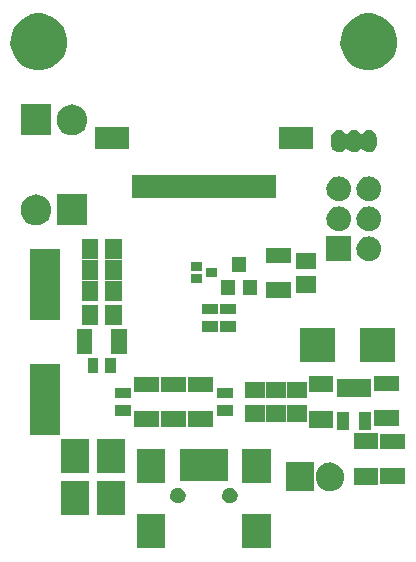
<source format=gts>
G04 #@! TF.FileFunction,Soldermask,Top*
%FSLAX46Y46*%
G04 Gerber Fmt 4.6, Leading zero omitted, Abs format (unit mm)*
G04 Created by KiCad (PCBNEW 4.0.7) date Sun May 27 13:06:25 2018*
%MOMM*%
%LPD*%
G01*
G04 APERTURE LIST*
%ADD10C,0.100000*%
G04 APERTURE END LIST*
D10*
G36*
X145350000Y-122868000D02*
X142950000Y-122868000D01*
X142950000Y-119968000D01*
X145350000Y-119968000D01*
X145350000Y-122868000D01*
X145350000Y-122868000D01*
G37*
G36*
X136450000Y-122868000D02*
X134050000Y-122868000D01*
X134050000Y-119968000D01*
X136450000Y-119968000D01*
X136450000Y-122868000D01*
X136450000Y-122868000D01*
G37*
G36*
X133002000Y-120068000D02*
X130652000Y-120068000D01*
X130652000Y-117168000D01*
X133002000Y-117168000D01*
X133002000Y-120068000D01*
X133002000Y-120068000D01*
G37*
G36*
X129952000Y-120068000D02*
X127602000Y-120068000D01*
X127602000Y-117168000D01*
X129952000Y-117168000D01*
X129952000Y-120068000D01*
X129952000Y-120068000D01*
G37*
G36*
X137568272Y-117768431D02*
X137693142Y-117794063D01*
X137810651Y-117843460D01*
X137916331Y-117914741D01*
X138006154Y-118005194D01*
X138076697Y-118111369D01*
X138125269Y-118229216D01*
X138149962Y-118353920D01*
X138149962Y-118353930D01*
X138150028Y-118354264D01*
X138147995Y-118499861D01*
X138147919Y-118500195D01*
X138147919Y-118500206D01*
X138119756Y-118624164D01*
X138067908Y-118740616D01*
X137994430Y-118844779D01*
X137902117Y-118932687D01*
X137794486Y-119000991D01*
X137675644Y-119047088D01*
X137550111Y-119069222D01*
X137422667Y-119066553D01*
X137298164Y-119039179D01*
X137181355Y-118988146D01*
X137076683Y-118915397D01*
X136988131Y-118823699D01*
X136919081Y-118716555D01*
X136872155Y-118598034D01*
X136849143Y-118472651D01*
X136850924Y-118345192D01*
X136877425Y-118220511D01*
X136927643Y-118103344D01*
X136999660Y-117998166D01*
X137090737Y-117908976D01*
X137197400Y-117839178D01*
X137315590Y-117791426D01*
X137440800Y-117767541D01*
X137568272Y-117768431D01*
X137568272Y-117768431D01*
G37*
G36*
X141968272Y-117768431D02*
X142093142Y-117794063D01*
X142210651Y-117843460D01*
X142316331Y-117914741D01*
X142406154Y-118005194D01*
X142476697Y-118111369D01*
X142525269Y-118229216D01*
X142549962Y-118353920D01*
X142549962Y-118353930D01*
X142550028Y-118354264D01*
X142547995Y-118499861D01*
X142547919Y-118500195D01*
X142547919Y-118500206D01*
X142519756Y-118624164D01*
X142467908Y-118740616D01*
X142394430Y-118844779D01*
X142302117Y-118932687D01*
X142194486Y-119000991D01*
X142075644Y-119047088D01*
X141950111Y-119069222D01*
X141822667Y-119066553D01*
X141698164Y-119039179D01*
X141581355Y-118988146D01*
X141476683Y-118915397D01*
X141388131Y-118823699D01*
X141319081Y-118716555D01*
X141272155Y-118598034D01*
X141249143Y-118472651D01*
X141250924Y-118345192D01*
X141277425Y-118220511D01*
X141327643Y-118103344D01*
X141399660Y-117998166D01*
X141490737Y-117908976D01*
X141597400Y-117839178D01*
X141715590Y-117791426D01*
X141840800Y-117767541D01*
X141968272Y-117768431D01*
X141968272Y-117768431D01*
G37*
G36*
X150612462Y-115642945D02*
X150612471Y-115642948D01*
X150612511Y-115642952D01*
X150839219Y-115713130D01*
X151047979Y-115826006D01*
X151230838Y-115977281D01*
X151380832Y-116161192D01*
X151492248Y-116370734D01*
X151560841Y-116597927D01*
X151584000Y-116834116D01*
X151584000Y-116845922D01*
X151583896Y-116860838D01*
X151583895Y-116860846D01*
X151583881Y-116862862D01*
X151557427Y-117098705D01*
X151485669Y-117324917D01*
X151371338Y-117532884D01*
X151218791Y-117714683D01*
X151033837Y-117863389D01*
X150823522Y-117973340D01*
X150595856Y-118040345D01*
X150595822Y-118040348D01*
X150595809Y-118040352D01*
X150359513Y-118061857D01*
X150123538Y-118037055D01*
X150123529Y-118037052D01*
X150123489Y-118037048D01*
X149896781Y-117966870D01*
X149688021Y-117853994D01*
X149505162Y-117702719D01*
X149355168Y-117518808D01*
X149243752Y-117309266D01*
X149175159Y-117082073D01*
X149152000Y-116845884D01*
X149152000Y-116834078D01*
X149152104Y-116819162D01*
X149152105Y-116819154D01*
X149152119Y-116817138D01*
X149178573Y-116581295D01*
X149250331Y-116355083D01*
X149364662Y-116147116D01*
X149517209Y-115965317D01*
X149702163Y-115816611D01*
X149912478Y-115706660D01*
X150140144Y-115639655D01*
X150140178Y-115639652D01*
X150140191Y-115639648D01*
X150376487Y-115618143D01*
X150612462Y-115642945D01*
X150612462Y-115642945D01*
G37*
G36*
X149044000Y-118056000D02*
X146612000Y-118056000D01*
X146612000Y-115624000D01*
X149044000Y-115624000D01*
X149044000Y-118056000D01*
X149044000Y-118056000D01*
G37*
G36*
X154416000Y-117516000D02*
X152416000Y-117516000D01*
X152416000Y-116116000D01*
X154416000Y-116116000D01*
X154416000Y-117516000D01*
X154416000Y-117516000D01*
G37*
G36*
X156752000Y-117416000D02*
X154652000Y-117416000D01*
X154652000Y-116116000D01*
X156752000Y-116116000D01*
X156752000Y-117416000D01*
X156752000Y-117416000D01*
G37*
G36*
X145350000Y-117368000D02*
X142950000Y-117368000D01*
X142950000Y-114468000D01*
X145350000Y-114468000D01*
X145350000Y-117368000D01*
X145350000Y-117368000D01*
G37*
G36*
X136450000Y-117368000D02*
X134050000Y-117368000D01*
X134050000Y-114468000D01*
X136450000Y-114468000D01*
X136450000Y-117368000D01*
X136450000Y-117368000D01*
G37*
G36*
X141750000Y-117168000D02*
X137650000Y-117168000D01*
X137650000Y-114468000D01*
X141750000Y-114468000D01*
X141750000Y-117168000D01*
X141750000Y-117168000D01*
G37*
G36*
X133001000Y-116512000D02*
X130651000Y-116512000D01*
X130651000Y-113612000D01*
X133001000Y-113612000D01*
X133001000Y-116512000D01*
X133001000Y-116512000D01*
G37*
G36*
X129951000Y-116512000D02*
X127601000Y-116512000D01*
X127601000Y-113612000D01*
X129951000Y-113612000D01*
X129951000Y-116512000D01*
X129951000Y-116512000D01*
G37*
G36*
X156752000Y-114516000D02*
X154652000Y-114516000D01*
X154652000Y-113216000D01*
X156752000Y-113216000D01*
X156752000Y-114516000D01*
X156752000Y-114516000D01*
G37*
G36*
X154416000Y-114516000D02*
X152416000Y-114516000D01*
X152416000Y-113116000D01*
X154416000Y-113116000D01*
X154416000Y-114516000D01*
X154416000Y-114516000D01*
G37*
G36*
X127488290Y-113259210D02*
X124987710Y-113259210D01*
X124987710Y-107258510D01*
X127488290Y-107258510D01*
X127488290Y-113259210D01*
X127488290Y-113259210D01*
G37*
G36*
X153850000Y-112844000D02*
X152850000Y-112844000D01*
X152850000Y-111344000D01*
X153850000Y-111344000D01*
X153850000Y-112844000D01*
X153850000Y-112844000D01*
G37*
G36*
X151950000Y-112844000D02*
X150950000Y-112844000D01*
X150950000Y-111344000D01*
X151950000Y-111344000D01*
X151950000Y-112844000D01*
X151950000Y-112844000D01*
G37*
G36*
X150606000Y-112690000D02*
X148606000Y-112690000D01*
X148606000Y-111290000D01*
X150606000Y-111290000D01*
X150606000Y-112690000D01*
X150606000Y-112690000D01*
G37*
G36*
X135924000Y-112590000D02*
X133824000Y-112590000D01*
X133824000Y-111290000D01*
X135924000Y-111290000D01*
X135924000Y-112590000D01*
X135924000Y-112590000D01*
G37*
G36*
X138210000Y-112590000D02*
X136110000Y-112590000D01*
X136110000Y-111290000D01*
X138210000Y-111290000D01*
X138210000Y-112590000D01*
X138210000Y-112590000D01*
G37*
G36*
X140496000Y-112590000D02*
X138396000Y-112590000D01*
X138396000Y-111290000D01*
X140496000Y-111290000D01*
X140496000Y-112590000D01*
X140496000Y-112590000D01*
G37*
G36*
X156244000Y-112516000D02*
X154144000Y-112516000D01*
X154144000Y-111216000D01*
X156244000Y-111216000D01*
X156244000Y-112516000D01*
X156244000Y-112516000D01*
G37*
G36*
X148399000Y-112190000D02*
X146749000Y-112190000D01*
X146749000Y-110790000D01*
X148399000Y-110790000D01*
X148399000Y-112190000D01*
X148399000Y-112190000D01*
G37*
G36*
X144843000Y-112190000D02*
X143193000Y-112190000D01*
X143193000Y-110790000D01*
X144843000Y-110790000D01*
X144843000Y-112190000D01*
X144843000Y-112190000D01*
G37*
G36*
X146621000Y-112190000D02*
X144971000Y-112190000D01*
X144971000Y-110790000D01*
X146621000Y-110790000D01*
X146621000Y-112190000D01*
X146621000Y-112190000D01*
G37*
G36*
X142128000Y-111690000D02*
X140828000Y-111690000D01*
X140828000Y-110790000D01*
X142128000Y-110790000D01*
X142128000Y-111690000D01*
X142128000Y-111690000D01*
G37*
G36*
X133492000Y-111690000D02*
X132192000Y-111690000D01*
X132192000Y-110790000D01*
X133492000Y-110790000D01*
X133492000Y-111690000D01*
X133492000Y-111690000D01*
G37*
G36*
X146621000Y-110190000D02*
X144971000Y-110190000D01*
X144971000Y-108790000D01*
X146621000Y-108790000D01*
X146621000Y-110190000D01*
X146621000Y-110190000D01*
G37*
G36*
X142128000Y-110190000D02*
X140828000Y-110190000D01*
X140828000Y-109290000D01*
X142128000Y-109290000D01*
X142128000Y-110190000D01*
X142128000Y-110190000D01*
G37*
G36*
X133492000Y-110190000D02*
X132192000Y-110190000D01*
X132192000Y-109290000D01*
X133492000Y-109290000D01*
X133492000Y-110190000D01*
X133492000Y-110190000D01*
G37*
G36*
X144843000Y-110190000D02*
X143193000Y-110190000D01*
X143193000Y-108790000D01*
X144843000Y-108790000D01*
X144843000Y-110190000D01*
X144843000Y-110190000D01*
G37*
G36*
X148399000Y-110190000D02*
X146749000Y-110190000D01*
X146749000Y-108790000D01*
X148399000Y-108790000D01*
X148399000Y-110190000D01*
X148399000Y-110190000D01*
G37*
G36*
X153850000Y-110044000D02*
X150950000Y-110044000D01*
X150950000Y-108544000D01*
X153850000Y-108544000D01*
X153850000Y-110044000D01*
X153850000Y-110044000D01*
G37*
G36*
X135924000Y-109690000D02*
X133824000Y-109690000D01*
X133824000Y-108390000D01*
X135924000Y-108390000D01*
X135924000Y-109690000D01*
X135924000Y-109690000D01*
G37*
G36*
X140496000Y-109690000D02*
X138396000Y-109690000D01*
X138396000Y-108390000D01*
X140496000Y-108390000D01*
X140496000Y-109690000D01*
X140496000Y-109690000D01*
G37*
G36*
X138210000Y-109690000D02*
X136110000Y-109690000D01*
X136110000Y-108390000D01*
X138210000Y-108390000D01*
X138210000Y-109690000D01*
X138210000Y-109690000D01*
G37*
G36*
X150606000Y-109690000D02*
X148606000Y-109690000D01*
X148606000Y-108290000D01*
X150606000Y-108290000D01*
X150606000Y-109690000D01*
X150606000Y-109690000D01*
G37*
G36*
X156244000Y-109616000D02*
X154144000Y-109616000D01*
X154144000Y-108316000D01*
X156244000Y-108316000D01*
X156244000Y-109616000D01*
X156244000Y-109616000D01*
G37*
G36*
X132264000Y-108092000D02*
X131364000Y-108092000D01*
X131364000Y-106792000D01*
X132264000Y-106792000D01*
X132264000Y-108092000D01*
X132264000Y-108092000D01*
G37*
G36*
X130764000Y-108092000D02*
X129864000Y-108092000D01*
X129864000Y-106792000D01*
X130764000Y-106792000D01*
X130764000Y-108092000D01*
X130764000Y-108092000D01*
G37*
G36*
X150827000Y-107114000D02*
X147877000Y-107114000D01*
X147877000Y-104214000D01*
X150827000Y-104214000D01*
X150827000Y-107114000D01*
X150827000Y-107114000D01*
G37*
G36*
X155877000Y-107114000D02*
X152927000Y-107114000D01*
X152927000Y-104214000D01*
X155877000Y-104214000D01*
X155877000Y-107114000D01*
X155877000Y-107114000D01*
G37*
G36*
X133164000Y-106460000D02*
X131864000Y-106460000D01*
X131864000Y-104360000D01*
X133164000Y-104360000D01*
X133164000Y-106460000D01*
X133164000Y-106460000D01*
G37*
G36*
X130264000Y-106460000D02*
X128964000Y-106460000D01*
X128964000Y-104360000D01*
X130264000Y-104360000D01*
X130264000Y-106460000D01*
X130264000Y-106460000D01*
G37*
G36*
X142382000Y-104578000D02*
X141082000Y-104578000D01*
X141082000Y-103678000D01*
X142382000Y-103678000D01*
X142382000Y-104578000D01*
X142382000Y-104578000D01*
G37*
G36*
X140858000Y-104578000D02*
X139558000Y-104578000D01*
X139558000Y-103678000D01*
X140858000Y-103678000D01*
X140858000Y-104578000D01*
X140858000Y-104578000D01*
G37*
G36*
X132748000Y-103949000D02*
X131348000Y-103949000D01*
X131348000Y-102299000D01*
X132748000Y-102299000D01*
X132748000Y-103949000D01*
X132748000Y-103949000D01*
G37*
G36*
X130748000Y-103949000D02*
X129348000Y-103949000D01*
X129348000Y-102299000D01*
X130748000Y-102299000D01*
X130748000Y-103949000D01*
X130748000Y-103949000D01*
G37*
G36*
X127488290Y-103561490D02*
X124987710Y-103561490D01*
X124987710Y-97560790D01*
X127488290Y-97560790D01*
X127488290Y-103561490D01*
X127488290Y-103561490D01*
G37*
G36*
X142382000Y-103078000D02*
X141082000Y-103078000D01*
X141082000Y-102178000D01*
X142382000Y-102178000D01*
X142382000Y-103078000D01*
X142382000Y-103078000D01*
G37*
G36*
X140858000Y-103078000D02*
X139558000Y-103078000D01*
X139558000Y-102178000D01*
X140858000Y-102178000D01*
X140858000Y-103078000D01*
X140858000Y-103078000D01*
G37*
G36*
X132764000Y-101917000D02*
X131364000Y-101917000D01*
X131364000Y-100267000D01*
X132764000Y-100267000D01*
X132764000Y-101917000D01*
X132764000Y-101917000D01*
G37*
G36*
X130764000Y-101917000D02*
X129364000Y-101917000D01*
X129364000Y-100267000D01*
X130764000Y-100267000D01*
X130764000Y-101917000D01*
X130764000Y-101917000D01*
G37*
G36*
X147100000Y-101668000D02*
X145000000Y-101668000D01*
X145000000Y-100368000D01*
X147100000Y-100368000D01*
X147100000Y-101668000D01*
X147100000Y-101668000D01*
G37*
G36*
X144232000Y-101488000D02*
X143032000Y-101488000D01*
X143032000Y-100188000D01*
X144232000Y-100188000D01*
X144232000Y-101488000D01*
X144232000Y-101488000D01*
G37*
G36*
X142332000Y-101488000D02*
X141132000Y-101488000D01*
X141132000Y-100188000D01*
X142332000Y-100188000D01*
X142332000Y-101488000D01*
X142332000Y-101488000D01*
G37*
G36*
X149161000Y-101268000D02*
X147511000Y-101268000D01*
X147511000Y-99868000D01*
X149161000Y-99868000D01*
X149161000Y-101268000D01*
X149161000Y-101268000D01*
G37*
G36*
X139507000Y-100446000D02*
X138599000Y-100446000D01*
X138599000Y-99690000D01*
X139507000Y-99690000D01*
X139507000Y-100446000D01*
X139507000Y-100446000D01*
G37*
G36*
X130764000Y-100139000D02*
X129364000Y-100139000D01*
X129364000Y-98489000D01*
X130764000Y-98489000D01*
X130764000Y-100139000D01*
X130764000Y-100139000D01*
G37*
G36*
X132764000Y-100139000D02*
X131364000Y-100139000D01*
X131364000Y-98489000D01*
X132764000Y-98489000D01*
X132764000Y-100139000D01*
X132764000Y-100139000D01*
G37*
G36*
X140802000Y-99946000D02*
X139894000Y-99946000D01*
X139894000Y-99190000D01*
X140802000Y-99190000D01*
X140802000Y-99946000D01*
X140802000Y-99946000D01*
G37*
G36*
X143282000Y-99488000D02*
X142082000Y-99488000D01*
X142082000Y-98188000D01*
X143282000Y-98188000D01*
X143282000Y-99488000D01*
X143282000Y-99488000D01*
G37*
G36*
X139507000Y-99446000D02*
X138599000Y-99446000D01*
X138599000Y-98690000D01*
X139507000Y-98690000D01*
X139507000Y-99446000D01*
X139507000Y-99446000D01*
G37*
G36*
X149161000Y-99268000D02*
X147511000Y-99268000D01*
X147511000Y-97868000D01*
X149161000Y-97868000D01*
X149161000Y-99268000D01*
X149161000Y-99268000D01*
G37*
G36*
X147100000Y-98768000D02*
X145000000Y-98768000D01*
X145000000Y-97468000D01*
X147100000Y-97468000D01*
X147100000Y-98768000D01*
X147100000Y-98768000D01*
G37*
G36*
X152180000Y-98586000D02*
X150080000Y-98586000D01*
X150080000Y-96486000D01*
X152180000Y-96486000D01*
X152180000Y-98586000D01*
X152180000Y-98586000D01*
G37*
G36*
X153684470Y-96486065D02*
X153689741Y-96486102D01*
X153893388Y-96508945D01*
X154088720Y-96570908D01*
X154268296Y-96669631D01*
X154425277Y-96801353D01*
X154553684Y-96961059D01*
X154648624Y-97142663D01*
X154706483Y-97339250D01*
X154706487Y-97339289D01*
X154706489Y-97339297D01*
X154725057Y-97543328D01*
X154703642Y-97747082D01*
X154703639Y-97747091D01*
X154703635Y-97747132D01*
X154643037Y-97942891D01*
X154545570Y-98123153D01*
X154414947Y-98281049D01*
X154256142Y-98410567D01*
X154075205Y-98506773D01*
X153879027Y-98566003D01*
X153675081Y-98586000D01*
X153664882Y-98586000D01*
X153655530Y-98585935D01*
X153650259Y-98585898D01*
X153446612Y-98563055D01*
X153251280Y-98501092D01*
X153071704Y-98402369D01*
X152914723Y-98270647D01*
X152786316Y-98110941D01*
X152691376Y-97929337D01*
X152633517Y-97732750D01*
X152633513Y-97732711D01*
X152633511Y-97732703D01*
X152614943Y-97528672D01*
X152636358Y-97324918D01*
X152636361Y-97324909D01*
X152636365Y-97324868D01*
X152696963Y-97129109D01*
X152794430Y-96948847D01*
X152925053Y-96790951D01*
X153083858Y-96661433D01*
X153264795Y-96565227D01*
X153460973Y-96505997D01*
X153664919Y-96486000D01*
X153675118Y-96486000D01*
X153684470Y-96486065D01*
X153684470Y-96486065D01*
G37*
G36*
X130764000Y-98361000D02*
X129364000Y-98361000D01*
X129364000Y-96711000D01*
X130764000Y-96711000D01*
X130764000Y-98361000D01*
X130764000Y-98361000D01*
G37*
G36*
X132764000Y-98361000D02*
X131364000Y-98361000D01*
X131364000Y-96711000D01*
X132764000Y-96711000D01*
X132764000Y-98361000D01*
X132764000Y-98361000D01*
G37*
G36*
X151144470Y-93946065D02*
X151149741Y-93946102D01*
X151353388Y-93968945D01*
X151548720Y-94030908D01*
X151728296Y-94129631D01*
X151885277Y-94261353D01*
X152013684Y-94421059D01*
X152108624Y-94602663D01*
X152166483Y-94799250D01*
X152166487Y-94799289D01*
X152166489Y-94799297D01*
X152185057Y-95003328D01*
X152163642Y-95207082D01*
X152163639Y-95207091D01*
X152163635Y-95207132D01*
X152103037Y-95402891D01*
X152005570Y-95583153D01*
X151874947Y-95741049D01*
X151716142Y-95870567D01*
X151535205Y-95966773D01*
X151339027Y-96026003D01*
X151135081Y-96046000D01*
X151124882Y-96046000D01*
X151115530Y-96045935D01*
X151110259Y-96045898D01*
X150906612Y-96023055D01*
X150711280Y-95961092D01*
X150531704Y-95862369D01*
X150374723Y-95730647D01*
X150246316Y-95570941D01*
X150151376Y-95389337D01*
X150093517Y-95192750D01*
X150093513Y-95192711D01*
X150093511Y-95192703D01*
X150074943Y-94988672D01*
X150096358Y-94784918D01*
X150096361Y-94784909D01*
X150096365Y-94784868D01*
X150156963Y-94589109D01*
X150254430Y-94408847D01*
X150385053Y-94250951D01*
X150543858Y-94121433D01*
X150724795Y-94025227D01*
X150920973Y-93965997D01*
X151124919Y-93946000D01*
X151135118Y-93946000D01*
X151144470Y-93946065D01*
X151144470Y-93946065D01*
G37*
G36*
X153684470Y-93946065D02*
X153689741Y-93946102D01*
X153893388Y-93968945D01*
X154088720Y-94030908D01*
X154268296Y-94129631D01*
X154425277Y-94261353D01*
X154553684Y-94421059D01*
X154648624Y-94602663D01*
X154706483Y-94799250D01*
X154706487Y-94799289D01*
X154706489Y-94799297D01*
X154725057Y-95003328D01*
X154703642Y-95207082D01*
X154703639Y-95207091D01*
X154703635Y-95207132D01*
X154643037Y-95402891D01*
X154545570Y-95583153D01*
X154414947Y-95741049D01*
X154256142Y-95870567D01*
X154075205Y-95966773D01*
X153879027Y-96026003D01*
X153675081Y-96046000D01*
X153664882Y-96046000D01*
X153655530Y-96045935D01*
X153650259Y-96045898D01*
X153446612Y-96023055D01*
X153251280Y-95961092D01*
X153071704Y-95862369D01*
X152914723Y-95730647D01*
X152786316Y-95570941D01*
X152691376Y-95389337D01*
X152633517Y-95192750D01*
X152633513Y-95192711D01*
X152633511Y-95192703D01*
X152614943Y-94988672D01*
X152636358Y-94784918D01*
X152636361Y-94784909D01*
X152636365Y-94784868D01*
X152696963Y-94589109D01*
X152794430Y-94408847D01*
X152925053Y-94250951D01*
X153083858Y-94121433D01*
X153264795Y-94025227D01*
X153460973Y-93965997D01*
X153664919Y-93946000D01*
X153675118Y-93946000D01*
X153684470Y-93946065D01*
X153684470Y-93946065D01*
G37*
G36*
X125737351Y-92954254D02*
X125737364Y-92954258D01*
X125737401Y-92954262D01*
X125979770Y-93029288D01*
X126202951Y-93149961D01*
X126398442Y-93311686D01*
X126558798Y-93508301D01*
X126677910Y-93732319D01*
X126751242Y-93975205D01*
X126776000Y-94227710D01*
X126776000Y-94240290D01*
X126775873Y-94258441D01*
X126747592Y-94510575D01*
X126670876Y-94752414D01*
X126548648Y-94974747D01*
X126385562Y-95169104D01*
X126187832Y-95328084D01*
X125962989Y-95445629D01*
X125719596Y-95517263D01*
X125719562Y-95517266D01*
X125719549Y-95517270D01*
X125466926Y-95540261D01*
X125214649Y-95513746D01*
X125214636Y-95513742D01*
X125214599Y-95513738D01*
X124972230Y-95438712D01*
X124749049Y-95318039D01*
X124553558Y-95156314D01*
X124393202Y-94959699D01*
X124274090Y-94735681D01*
X124200758Y-94492795D01*
X124176000Y-94240290D01*
X124176000Y-94227710D01*
X124176127Y-94209559D01*
X124204408Y-93957425D01*
X124281124Y-93715586D01*
X124403352Y-93493253D01*
X124566438Y-93298896D01*
X124764168Y-93139916D01*
X124989011Y-93022371D01*
X125232404Y-92950737D01*
X125232438Y-92950734D01*
X125232451Y-92950730D01*
X125485074Y-92927739D01*
X125737351Y-92954254D01*
X125737351Y-92954254D01*
G37*
G36*
X129824000Y-95534000D02*
X127224000Y-95534000D01*
X127224000Y-92934000D01*
X129824000Y-92934000D01*
X129824000Y-95534000D01*
X129824000Y-95534000D01*
G37*
G36*
X153684470Y-91406065D02*
X153689741Y-91406102D01*
X153893388Y-91428945D01*
X154088720Y-91490908D01*
X154268296Y-91589631D01*
X154425277Y-91721353D01*
X154553684Y-91881059D01*
X154648624Y-92062663D01*
X154706483Y-92259250D01*
X154706487Y-92259289D01*
X154706489Y-92259297D01*
X154725057Y-92463328D01*
X154703642Y-92667082D01*
X154703639Y-92667091D01*
X154703635Y-92667132D01*
X154643037Y-92862891D01*
X154545570Y-93043153D01*
X154414947Y-93201049D01*
X154256142Y-93330567D01*
X154075205Y-93426773D01*
X153879027Y-93486003D01*
X153675081Y-93506000D01*
X153664882Y-93506000D01*
X153655530Y-93505935D01*
X153650259Y-93505898D01*
X153446612Y-93483055D01*
X153251280Y-93421092D01*
X153071704Y-93322369D01*
X152914723Y-93190647D01*
X152786316Y-93030941D01*
X152691376Y-92849337D01*
X152633517Y-92652750D01*
X152633513Y-92652711D01*
X152633511Y-92652703D01*
X152614943Y-92448672D01*
X152636358Y-92244918D01*
X152636361Y-92244909D01*
X152636365Y-92244868D01*
X152696963Y-92049109D01*
X152794430Y-91868847D01*
X152925053Y-91710951D01*
X153083858Y-91581433D01*
X153264795Y-91485227D01*
X153460973Y-91425997D01*
X153664919Y-91406000D01*
X153675118Y-91406000D01*
X153684470Y-91406065D01*
X153684470Y-91406065D01*
G37*
G36*
X151144470Y-91406065D02*
X151149741Y-91406102D01*
X151353388Y-91428945D01*
X151548720Y-91490908D01*
X151728296Y-91589631D01*
X151885277Y-91721353D01*
X152013684Y-91881059D01*
X152108624Y-92062663D01*
X152166483Y-92259250D01*
X152166487Y-92259289D01*
X152166489Y-92259297D01*
X152185057Y-92463328D01*
X152163642Y-92667082D01*
X152163639Y-92667091D01*
X152163635Y-92667132D01*
X152103037Y-92862891D01*
X152005570Y-93043153D01*
X151874947Y-93201049D01*
X151716142Y-93330567D01*
X151535205Y-93426773D01*
X151339027Y-93486003D01*
X151135081Y-93506000D01*
X151124882Y-93506000D01*
X151115530Y-93505935D01*
X151110259Y-93505898D01*
X150906612Y-93483055D01*
X150711280Y-93421092D01*
X150531704Y-93322369D01*
X150374723Y-93190647D01*
X150246316Y-93030941D01*
X150151376Y-92849337D01*
X150093517Y-92652750D01*
X150093513Y-92652711D01*
X150093511Y-92652703D01*
X150074943Y-92448672D01*
X150096358Y-92244918D01*
X150096361Y-92244909D01*
X150096365Y-92244868D01*
X150156963Y-92049109D01*
X150254430Y-91868847D01*
X150385053Y-91710951D01*
X150543858Y-91581433D01*
X150724795Y-91485227D01*
X150920973Y-91425997D01*
X151124919Y-91406000D01*
X151135118Y-91406000D01*
X151144470Y-91406065D01*
X151144470Y-91406065D01*
G37*
G36*
X145775000Y-93200000D02*
X133625000Y-93200000D01*
X133625000Y-91300000D01*
X145775000Y-91300000D01*
X145775000Y-93200000D01*
X145775000Y-93200000D01*
G37*
G36*
X153800568Y-87450092D02*
X153800578Y-87450095D01*
X153800616Y-87450099D01*
X153921722Y-87487587D01*
X154033241Y-87547885D01*
X154130923Y-87628695D01*
X154211049Y-87726939D01*
X154270567Y-87838875D01*
X154307209Y-87960240D01*
X154319580Y-88086411D01*
X154319580Y-88697589D01*
X154319517Y-88706659D01*
X154305385Y-88832644D01*
X154267052Y-88953486D01*
X154205977Y-89064580D01*
X154124487Y-89161696D01*
X154025686Y-89241134D01*
X153913337Y-89299869D01*
X153791719Y-89335663D01*
X153791689Y-89335666D01*
X153791671Y-89335671D01*
X153665468Y-89347156D01*
X153539432Y-89333908D01*
X153539422Y-89333905D01*
X153539384Y-89333901D01*
X153418278Y-89296413D01*
X153306759Y-89236115D01*
X153209077Y-89155305D01*
X153128951Y-89057061D01*
X153079000Y-88963117D01*
X153071236Y-88952466D01*
X153060109Y-88943855D01*
X153047024Y-88938685D01*
X153033016Y-88937365D01*
X153019195Y-88939999D01*
X153006656Y-88946380D01*
X152996391Y-88956002D01*
X152992341Y-88962055D01*
X152935977Y-89064580D01*
X152854487Y-89161696D01*
X152755686Y-89241134D01*
X152643337Y-89299869D01*
X152521719Y-89335663D01*
X152521689Y-89335666D01*
X152521671Y-89335671D01*
X152395468Y-89347156D01*
X152269432Y-89333908D01*
X152269422Y-89333905D01*
X152269384Y-89333901D01*
X152148278Y-89296413D01*
X152036759Y-89236115D01*
X151939077Y-89155305D01*
X151858951Y-89057061D01*
X151809000Y-88963117D01*
X151801236Y-88952466D01*
X151790109Y-88943855D01*
X151777024Y-88938685D01*
X151763016Y-88937365D01*
X151749195Y-88939999D01*
X151736656Y-88946380D01*
X151726391Y-88956002D01*
X151722341Y-88962055D01*
X151665977Y-89064580D01*
X151584487Y-89161696D01*
X151485686Y-89241134D01*
X151373337Y-89299869D01*
X151251719Y-89335663D01*
X151251689Y-89335666D01*
X151251671Y-89335671D01*
X151125468Y-89347156D01*
X150999432Y-89333908D01*
X150999422Y-89333905D01*
X150999384Y-89333901D01*
X150878278Y-89296413D01*
X150766759Y-89236115D01*
X150669077Y-89155305D01*
X150588951Y-89057061D01*
X150529433Y-88945125D01*
X150492791Y-88823760D01*
X150480420Y-88697589D01*
X150480420Y-88086411D01*
X150480483Y-88077341D01*
X150494615Y-87951356D01*
X150532948Y-87830514D01*
X150594023Y-87719420D01*
X150675513Y-87622304D01*
X150774314Y-87542866D01*
X150886663Y-87484131D01*
X151008281Y-87448337D01*
X151008311Y-87448334D01*
X151008329Y-87448329D01*
X151134532Y-87436844D01*
X151260568Y-87450092D01*
X151260578Y-87450095D01*
X151260616Y-87450099D01*
X151381722Y-87487587D01*
X151493241Y-87547885D01*
X151590923Y-87628695D01*
X151671049Y-87726939D01*
X151721000Y-87820883D01*
X151728764Y-87831534D01*
X151739891Y-87840145D01*
X151752976Y-87845315D01*
X151766984Y-87846635D01*
X151780805Y-87844001D01*
X151793344Y-87837620D01*
X151803609Y-87827998D01*
X151807659Y-87821945D01*
X151864023Y-87719420D01*
X151945513Y-87622304D01*
X152044314Y-87542866D01*
X152156663Y-87484131D01*
X152278281Y-87448337D01*
X152278311Y-87448334D01*
X152278329Y-87448329D01*
X152404532Y-87436844D01*
X152530568Y-87450092D01*
X152530578Y-87450095D01*
X152530616Y-87450099D01*
X152651722Y-87487587D01*
X152763241Y-87547885D01*
X152860923Y-87628695D01*
X152941049Y-87726939D01*
X152991000Y-87820883D01*
X152998764Y-87831534D01*
X153009891Y-87840145D01*
X153022976Y-87845315D01*
X153036984Y-87846635D01*
X153050805Y-87844001D01*
X153063344Y-87837620D01*
X153073609Y-87827998D01*
X153077659Y-87821945D01*
X153134023Y-87719420D01*
X153215513Y-87622304D01*
X153314314Y-87542866D01*
X153426663Y-87484131D01*
X153548281Y-87448337D01*
X153548311Y-87448334D01*
X153548329Y-87448329D01*
X153674532Y-87436844D01*
X153800568Y-87450092D01*
X153800568Y-87450092D01*
G37*
G36*
X133350000Y-89100000D02*
X130450000Y-89100000D01*
X130450000Y-87200000D01*
X133350000Y-87200000D01*
X133350000Y-89100000D01*
X133350000Y-89100000D01*
G37*
G36*
X148950000Y-89100000D02*
X146050000Y-89100000D01*
X146050000Y-87200000D01*
X148950000Y-87200000D01*
X148950000Y-89100000D01*
X148950000Y-89100000D01*
G37*
G36*
X128785351Y-85334254D02*
X128785364Y-85334258D01*
X128785401Y-85334262D01*
X129027770Y-85409288D01*
X129250951Y-85529961D01*
X129446442Y-85691686D01*
X129606798Y-85888301D01*
X129725910Y-86112319D01*
X129799242Y-86355205D01*
X129824000Y-86607710D01*
X129824000Y-86620290D01*
X129823873Y-86638441D01*
X129795592Y-86890575D01*
X129718876Y-87132414D01*
X129596648Y-87354747D01*
X129433562Y-87549104D01*
X129235832Y-87708084D01*
X129010989Y-87825629D01*
X128767596Y-87897263D01*
X128767562Y-87897266D01*
X128767549Y-87897270D01*
X128514926Y-87920261D01*
X128262649Y-87893746D01*
X128262636Y-87893742D01*
X128262599Y-87893738D01*
X128020230Y-87818712D01*
X127797049Y-87698039D01*
X127601558Y-87536314D01*
X127441202Y-87339699D01*
X127322090Y-87115681D01*
X127248758Y-86872795D01*
X127224000Y-86620290D01*
X127224000Y-86607710D01*
X127224127Y-86589559D01*
X127252408Y-86337425D01*
X127329124Y-86095586D01*
X127451352Y-85873253D01*
X127614438Y-85678896D01*
X127812168Y-85519916D01*
X128037011Y-85402371D01*
X128280404Y-85330737D01*
X128280438Y-85330734D01*
X128280451Y-85330730D01*
X128533074Y-85307739D01*
X128785351Y-85334254D01*
X128785351Y-85334254D01*
G37*
G36*
X126776000Y-87914000D02*
X124176000Y-87914000D01*
X124176000Y-85314000D01*
X126776000Y-85314000D01*
X126776000Y-87914000D01*
X126776000Y-87914000D01*
G37*
G36*
X153922082Y-77611596D02*
X154383135Y-77706237D01*
X154817021Y-77888626D01*
X155207220Y-78151818D01*
X155538869Y-78485791D01*
X155799331Y-78877816D01*
X155978686Y-79312965D01*
X156070038Y-79774324D01*
X156070038Y-79774339D01*
X156070103Y-79774668D01*
X156062597Y-80312255D01*
X156062521Y-80312589D01*
X156062521Y-80312601D01*
X155958325Y-80771222D01*
X155766887Y-81201197D01*
X155495582Y-81585798D01*
X155154735Y-81910381D01*
X154757344Y-82162573D01*
X154318531Y-82332779D01*
X153855019Y-82414507D01*
X153384458Y-82404651D01*
X152924766Y-82303581D01*
X152493470Y-82115153D01*
X152106985Y-81846538D01*
X151780031Y-81507968D01*
X151525071Y-81112347D01*
X151351807Y-80674733D01*
X151266842Y-80211796D01*
X151273414Y-79741179D01*
X151371270Y-79280802D01*
X151556686Y-78848195D01*
X151822596Y-78459844D01*
X152158874Y-78130535D01*
X152552708Y-77872817D01*
X152989101Y-77696503D01*
X153451426Y-77608310D01*
X153922082Y-77611596D01*
X153922082Y-77611596D01*
G37*
G36*
X125982082Y-77611596D02*
X126443135Y-77706237D01*
X126877021Y-77888626D01*
X127267220Y-78151818D01*
X127598869Y-78485791D01*
X127859331Y-78877816D01*
X128038686Y-79312965D01*
X128130038Y-79774324D01*
X128130038Y-79774339D01*
X128130103Y-79774668D01*
X128122597Y-80312255D01*
X128122521Y-80312589D01*
X128122521Y-80312601D01*
X128018325Y-80771222D01*
X127826887Y-81201197D01*
X127555582Y-81585798D01*
X127214735Y-81910381D01*
X126817344Y-82162573D01*
X126378531Y-82332779D01*
X125915019Y-82414507D01*
X125444458Y-82404651D01*
X124984766Y-82303581D01*
X124553470Y-82115153D01*
X124166985Y-81846538D01*
X123840031Y-81507968D01*
X123585071Y-81112347D01*
X123411807Y-80674733D01*
X123326842Y-80211796D01*
X123333414Y-79741179D01*
X123431270Y-79280802D01*
X123616686Y-78848195D01*
X123882596Y-78459844D01*
X124218874Y-78130535D01*
X124612708Y-77872817D01*
X125049101Y-77696503D01*
X125511426Y-77608310D01*
X125982082Y-77611596D01*
X125982082Y-77611596D01*
G37*
M02*

</source>
